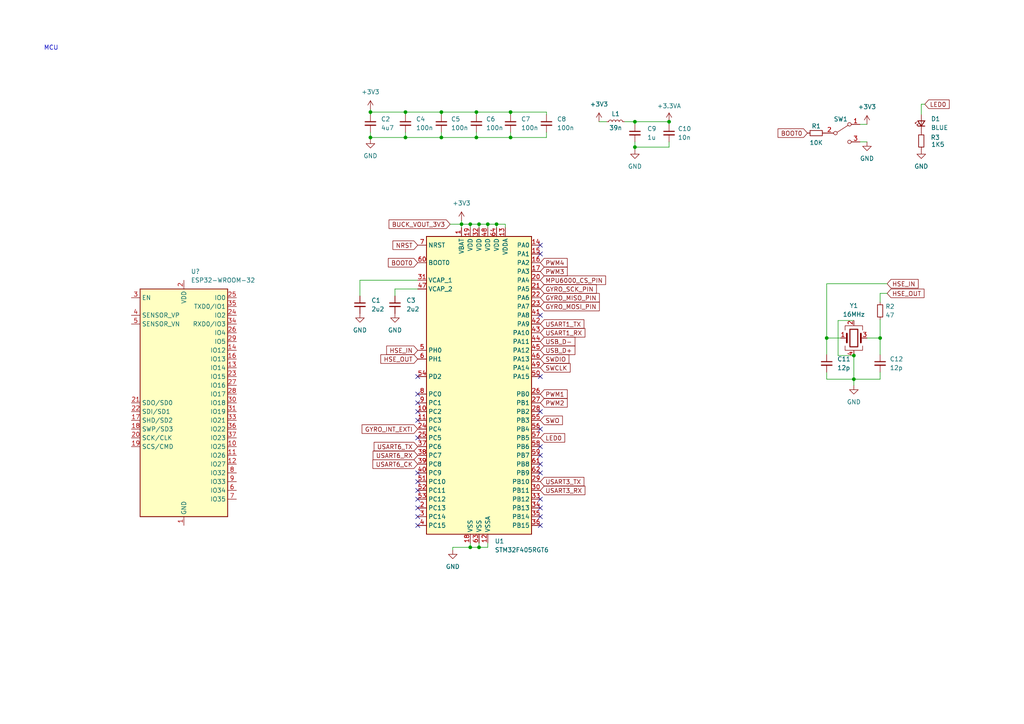
<source format=kicad_sch>
(kicad_sch (version 20211123) (generator eeschema)
  (paper "A4")
  (lib_symbols
    (symbol "Device:C_Small" (pin_numbers hide) (pin_names (offset 0.254) hide)
      (property "Reference" "C" (at 0.254 1.778 0))
      (property "Value" "C_Small" (at 0.254 -2.032 0))
      (symbol "C_Small_0_1"
        (polyline (pts (xy -1.524 -0.508) (xy 1.524 -0.508)) (stroke (width 0.3302)))
        (polyline (pts (xy -1.524 0.508) (xy 1.524 0.508)) (stroke (width 0.3048)))
      )
      (symbol "C_Small_1_1"
        (pin passive line (at 0 2.54 270) (length 2.032) (name "~") (number "1"))
        (pin passive line (at 0 -2.54 90) (length 2.032) (name "~") (number "2"))
      )
    )
    (symbol "Device:Crystal_GND24" (pin_names (offset 1.016) hide)
      (property "Reference" "Y" (at 3.175 5.08 0))
      (property "Value" "Crystal_GND24" (at 3.175 3.175 0))
      (symbol "Crystal_GND24_0_1"
        (rectangle (start -1.143 2.54) (end 1.143 -2.54) (stroke (width 0.3048)))
        (polyline (pts (xy -2.54 0) (xy -2.032 0)))
        (polyline (pts (xy -2.032 -1.27) (xy -2.032 1.27)) (stroke (width 0.508)))
        (polyline (pts (xy 0 -3.81) (xy 0 -3.556)))
        (polyline (pts (xy 0 3.556) (xy 0 3.81)))
        (polyline (pts (xy 2.032 -1.27) (xy 2.032 1.27)) (stroke (width 0.508)))
        (polyline (pts (xy 2.032 0) (xy 2.54 0)))
        (polyline (pts (xy -2.54 -2.286) (xy -2.54 -3.556) (xy 2.54 -3.556) (xy 2.54 -2.286)))
        (polyline (pts (xy -2.54 2.286) (xy -2.54 3.556) (xy 2.54 3.556) (xy 2.54 2.286)))
      )
      (symbol "Crystal_GND24_1_1"
        (pin passive line (at -3.81 0 0) (length 1.27) (name "1") (number "1"))
        (pin passive line (at 0 5.08 270) (length 1.27) (name "2") (number "2"))
        (pin passive line (at 3.81 0 180) (length 1.27) (name "3") (number "3"))
        (pin passive line (at 0 -5.08 90) (length 1.27) (name "4") (number "4"))
      )
    )
    (symbol "Device:LED_Small" (pin_numbers hide) (pin_names (offset 0.254) hide)
      (property "Reference" "D" (at -1.27 3.175 0))
      (property "Value" "LED_Small" (at -4.445 -2.54 0))
      (symbol "LED_Small_0_1"
        (polyline (pts (xy -0.762 -1.016) (xy -0.762 1.016)) (stroke (width 0.254)))
        (polyline (pts (xy 1.016 0) (xy -0.762 0)))
        (polyline (pts (xy 0.762 -1.016) (xy -0.762 0) (xy 0.762 1.016) (xy 0.762 -1.016)) (stroke (width 0.254)))
        (polyline (pts (xy 0 0.762) (xy -0.508 1.27) (xy -0.254 1.27) (xy -0.508 1.27) (xy -0.508 1.016)))
        (polyline (pts (xy 0.508 1.27) (xy 0 1.778) (xy 0.254 1.778) (xy 0 1.778) (xy 0 1.524)))
      )
      (symbol "LED_Small_1_1"
        (pin passive line (at -2.54 0 0) (length 1.778) (name "K") (number "1"))
        (pin passive line (at 2.54 0 180) (length 1.778) (name "A") (number "2"))
      )
    )
    (symbol "Device:L_Small" (pin_numbers hide) (pin_names (offset 0.254) hide)
      (property "Reference" "L" (at 0.762 1.016 0))
      (property "Value" "L_Small" (at 0.762 -1.016 0))
      (symbol "L_Small_0_1"
        (arc (start 0 -2.032) (mid 0.508 -1.524) (end 0 -1.016))
        (arc (start 0 -1.016) (mid 0.508 -0.508) (end 0 0))
        (arc (start 0 0) (mid 0.508 0.508) (end 0 1.016))
        (arc (start 0 1.016) (mid 0.508 1.524) (end 0 2.032))
      )
      (symbol "L_Small_1_1"
        (pin passive line (at 0 2.54 270) (length 0.508) (name "~") (number "1"))
        (pin passive line (at 0 -2.54 90) (length 0.508) (name "~") (number "2"))
      )
    )
    (symbol "Device:R_Small" (pin_numbers hide) (pin_names (offset 0.254) hide)
      (property "Reference" "R" (at 0.762 0.508 0))
      (property "Value" "R_Small" (at 0.762 -1.016 0))
      (symbol "R_Small_0_1"
        (rectangle (start -0.762 1.778) (end 0.762 -1.778) (stroke (width 0.2032)))
      )
      (symbol "R_Small_1_1"
        (pin passive line (at 0 2.54 270) (length 0.762) (name "~") (number "1"))
        (pin passive line (at 0 -2.54 90) (length 0.762) (name "~") (number "2"))
      )
    )
    (symbol "MCU_ST_STM32F4:STM32F405RGTx"
      (property "Reference" "U" (at -15.24 44.45 0))
      (property "Value" "STM32F405RGTx" (at 10.16 44.45 0))
      (symbol "STM32F405RGTx_0_1"
        (rectangle (start -15.24 -43.18) (end 15.24 43.18) (stroke (width 0.254)) (fill (type background)))
      )
      (symbol "STM32F405RGTx_1_1"
        (pin power_in line (at -5.08 45.72 270) (length 2.54) (name "VBAT") (number "1"))
        (pin bidirectional line (at -17.78 -7.62 0) (length 2.54) (name "PC2") (number "10"))
        (pin bidirectional line (at -17.78 -10.16 0) (length 2.54) (name "PC3") (number "11"))
        (pin power_in line (at 2.54 -45.72 90) (length 2.54) (name "VSSA") (number "12"))
        (pin power_in line (at 7.62 45.72 270) (length 2.54) (name "VDDA") (number "13"))
        (pin bidirectional line (at 17.78 40.64 180) (length 2.54) (name "PA0") (number "14"))
        (pin bidirectional line (at 17.78 38.1 180) (length 2.54) (name "PA1") (number "15"))
        (pin bidirectional line (at 17.78 35.56 180) (length 2.54) (name "PA2") (number "16"))
        (pin bidirectional line (at 17.78 33.02 180) (length 2.54) (name "PA3") (number "17"))
        (pin power_in line (at -2.54 -45.72 90) (length 2.54) (name "VSS") (number "18"))
        (pin power_in line (at -2.54 45.72 270) (length 2.54) (name "VDD") (number "19"))
        (pin bidirectional line (at -17.78 -35.56 0) (length 2.54) (name "PC13") (number "2"))
        (pin bidirectional line (at 17.78 30.48 180) (length 2.54) (name "PA4") (number "20"))
        (pin bidirectional line (at 17.78 27.94 180) (length 2.54) (name "PA5") (number "21"))
        (pin bidirectional line (at 17.78 25.4 180) (length 2.54) (name "PA6") (number "22"))
        (pin bidirectional line (at 17.78 22.86 180) (length 2.54) (name "PA7") (number "23"))
        (pin bidirectional line (at -17.78 -12.7 0) (length 2.54) (name "PC4") (number "24"))
        (pin bidirectional line (at -17.78 -15.24 0) (length 2.54) (name "PC5") (number "25"))
        (pin bidirectional line (at 17.78 -2.54 180) (length 2.54) (name "PB0") (number "26"))
        (pin bidirectional line (at 17.78 -5.08 180) (length 2.54) (name "PB1") (number "27"))
        (pin bidirectional line (at 17.78 -7.62 180) (length 2.54) (name "PB2") (number "28"))
        (pin bidirectional line (at 17.78 -27.94 180) (length 2.54) (name "PB10") (number "29"))
        (pin bidirectional line (at -17.78 -38.1 0) (length 2.54) (name "PC14") (number "3"))
        (pin bidirectional line (at 17.78 -30.48 180) (length 2.54) (name "PB11") (number "30"))
        (pin power_in line (at -17.78 30.48 0) (length 2.54) (name "VCAP_1") (number "31"))
        (pin power_in line (at 0 45.72 270) (length 2.54) (name "VDD") (number "32"))
        (pin bidirectional line (at 17.78 -33.02 180) (length 2.54) (name "PB12") (number "33"))
        (pin bidirectional line (at 17.78 -35.56 180) (length 2.54) (name "PB13") (number "34"))
        (pin bidirectional line (at 17.78 -38.1 180) (length 2.54) (name "PB14") (number "35"))
        (pin bidirectional line (at 17.78 -40.64 180) (length 2.54) (name "PB15") (number "36"))
        (pin bidirectional line (at -17.78 -17.78 0) (length 2.54) (name "PC6") (number "37"))
        (pin bidirectional line (at -17.78 -20.32 0) (length 2.54) (name "PC7") (number "38"))
        (pin bidirectional line (at -17.78 -22.86 0) (length 2.54) (name "PC8") (number "39"))
        (pin bidirectional line (at -17.78 -40.64 0) (length 2.54) (name "PC15") (number "4"))
        (pin bidirectional line (at -17.78 -25.4 0) (length 2.54) (name "PC9") (number "40"))
        (pin bidirectional line (at 17.78 20.32 180) (length 2.54) (name "PA8") (number "41"))
        (pin bidirectional line (at 17.78 17.78 180) (length 2.54) (name "PA9") (number "42"))
        (pin bidirectional line (at 17.78 15.24 180) (length 2.54) (name "PA10") (number "43"))
        (pin bidirectional line (at 17.78 12.7 180) (length 2.54) (name "PA11") (number "44"))
        (pin bidirectional line (at 17.78 10.16 180) (length 2.54) (name "PA12") (number "45"))
        (pin bidirectional line (at 17.78 7.62 180) (length 2.54) (name "PA13") (number "46"))
        (pin power_in line (at -17.78 27.94 0) (length 2.54) (name "VCAP_2") (number "47"))
        (pin power_in line (at 2.54 45.72 270) (length 2.54) (name "VDD") (number "48"))
        (pin bidirectional line (at 17.78 5.08 180) (length 2.54) (name "PA14") (number "49"))
        (pin input line (at -17.78 10.16 0) (length 2.54) (name "PH0") (number "5"))
        (pin bidirectional line (at 17.78 2.54 180) (length 2.54) (name "PA15") (number "50"))
        (pin bidirectional line (at -17.78 -27.94 0) (length 2.54) (name "PC10") (number "51"))
        (pin bidirectional line (at -17.78 -30.48 0) (length 2.54) (name "PC11") (number "52"))
        (pin bidirectional line (at -17.78 -33.02 0) (length 2.54) (name "PC12") (number "53"))
        (pin bidirectional line (at -17.78 2.54 0) (length 2.54) (name "PD2") (number "54"))
        (pin bidirectional line (at 17.78 -10.16 180) (length 2.54) (name "PB3") (number "55"))
        (pin bidirectional line (at 17.78 -12.7 180) (length 2.54) (name "PB4") (number "56"))
        (pin bidirectional line (at 17.78 -15.24 180) (length 2.54) (name "PB5") (number "57"))
        (pin bidirectional line (at 17.78 -17.78 180) (length 2.54) (name "PB6") (number "58"))
        (pin bidirectional line (at 17.78 -20.32 180) (length 2.54) (name "PB7") (number "59"))
        (pin input line (at -17.78 7.62 0) (length 2.54) (name "PH1") (number "6"))
        (pin input line (at -17.78 35.56 0) (length 2.54) (name "BOOT0") (number "60"))
        (pin bidirectional line (at 17.78 -22.86 180) (length 2.54) (name "PB8") (number "61"))
        (pin bidirectional line (at 17.78 -25.4 180) (length 2.54) (name "PB9") (number "62"))
        (pin power_in line (at 0 -45.72 90) (length 2.54) (name "VSS") (number "63"))
        (pin power_in line (at 5.08 45.72 270) (length 2.54) (name "VDD") (number "64"))
        (pin input line (at -17.78 40.64 0) (length 2.54) (name "NRST") (number "7"))
        (pin bidirectional line (at -17.78 -2.54 0) (length 2.54) (name "PC0") (number "8"))
        (pin bidirectional line (at -17.78 -5.08 0) (length 2.54) (name "PC1") (number "9"))
      )
    )
    (symbol "RF_Module:ESP32-WROOM-32"
      (property "Reference" "U" (at -12.7 34.29 0))
      (property "Value" "ESP32-WROOM-32" (at 1.27 34.29 0))
      (symbol "ESP32-WROOM-32_0_1"
        (rectangle (start -12.7 33.02) (end 12.7 -33.02) (stroke (width 0.254)) (fill (type background)))
      )
      (symbol "ESP32-WROOM-32_1_1"
        (pin power_in line (at 0 -35.56 90) (length 2.54) (name "GND") (number "1"))
        (pin bidirectional line (at 15.24 -12.7 180) (length 2.54) (name "IO25") (number "10"))
        (pin bidirectional line (at 15.24 -15.24 180) (length 2.54) (name "IO26") (number "11"))
        (pin bidirectional line (at 15.24 -17.78 180) (length 2.54) (name "IO27") (number "12"))
        (pin bidirectional line (at 15.24 10.16 180) (length 2.54) (name "IO14") (number "13"))
        (pin bidirectional line (at 15.24 15.24 180) (length 2.54) (name "IO12") (number "14"))
        (pin passive line (at 0 -35.56 90) (length 2.54) hide (name "GND") (number "15"))
        (pin bidirectional line (at 15.24 12.7 180) (length 2.54) (name "IO13") (number "16"))
        (pin bidirectional line (at -15.24 -5.08 0) (length 2.54) (name "SHD/SD2") (number "17"))
        (pin bidirectional line (at -15.24 -7.62 0) (length 2.54) (name "SWP/SD3") (number "18"))
        (pin bidirectional line (at -15.24 -12.7 0) (length 2.54) (name "SCS/CMD") (number "19"))
        (pin power_in line (at 0 35.56 270) (length 2.54) (name "VDD") (number "2"))
        (pin bidirectional line (at -15.24 -10.16 0) (length 2.54) (name "SCK/CLK") (number "20"))
        (pin bidirectional line (at -15.24 0 0) (length 2.54) (name "SDO/SD0") (number "21"))
        (pin bidirectional line (at -15.24 -2.54 0) (length 2.54) (name "SDI/SD1") (number "22"))
        (pin bidirectional line (at 15.24 7.62 180) (length 2.54) (name "IO15") (number "23"))
        (pin bidirectional line (at 15.24 25.4 180) (length 2.54) (name "IO2") (number "24"))
        (pin bidirectional line (at 15.24 30.48 180) (length 2.54) (name "IO0") (number "25"))
        (pin bidirectional line (at 15.24 20.32 180) (length 2.54) (name "IO4") (number "26"))
        (pin bidirectional line (at 15.24 5.08 180) (length 2.54) (name "IO16") (number "27"))
        (pin bidirectional line (at 15.24 2.54 180) (length 2.54) (name "IO17") (number "28"))
        (pin bidirectional line (at 15.24 17.78 180) (length 2.54) (name "IO5") (number "29"))
        (pin input line (at -15.24 30.48 0) (length 2.54) (name "EN") (number "3"))
        (pin bidirectional line (at 15.24 0 180) (length 2.54) (name "IO18") (number "30"))
        (pin bidirectional line (at 15.24 -2.54 180) (length 2.54) (name "IO19") (number "31"))
        (pin no_connect line (at -12.7 -27.94 0) (length 2.54) hide (name "NC") (number "32"))
        (pin bidirectional line (at 15.24 -5.08 180) (length 2.54) (name "IO21") (number "33"))
        (pin bidirectional line (at 15.24 22.86 180) (length 2.54) (name "RXD0/IO3") (number "34"))
        (pin bidirectional line (at 15.24 27.94 180) (length 2.54) (name "TXD0/IO1") (number "35"))
        (pin bidirectional line (at 15.24 -7.62 180) (length 2.54) (name "IO22") (number "36"))
        (pin bidirectional line (at 15.24 -10.16 180) (length 2.54) (name "IO23") (number "37"))
        (pin passive line (at 0 -35.56 90) (length 2.54) hide (name "GND") (number "38"))
        (pin passive line (at 0 -35.56 90) (length 2.54) hide (name "GND") (number "39"))
        (pin input line (at -15.24 25.4 0) (length 2.54) (name "SENSOR_VP") (number "4"))
        (pin input line (at -15.24 22.86 0) (length 2.54) (name "SENSOR_VN") (number "5"))
        (pin input line (at 15.24 -25.4 180) (length 2.54) (name "IO34") (number "6"))
        (pin input line (at 15.24 -27.94 180) (length 2.54) (name "IO35") (number "7"))
        (pin bidirectional line (at 15.24 -20.32 180) (length 2.54) (name "IO32") (number "8"))
        (pin bidirectional line (at 15.24 -22.86 180) (length 2.54) (name "IO33") (number "9"))
      )
    )
    (symbol "Switch:SW_SPDT" (pin_names (offset 0) hide)
      (property "Reference" "SW" (at 0 4.318 0))
      (property "Value" "SW_SPDT" (at 0 -5.08 0))
      (symbol "SW_SPDT_0_0"
        (circle (center -2.032 0) (radius 0.508))
        (circle (center 2.032 -2.54) (radius 0.508))
      )
      (symbol "SW_SPDT_0_1"
        (polyline (pts (xy -1.524 0.254) (xy 1.651 2.286)))
        (circle (center 2.032 2.54) (radius 0.508))
      )
      (symbol "SW_SPDT_1_1"
        (pin passive line (at 5.08 2.54 180) (length 2.54) (name "A") (number "1"))
        (pin passive line (at -5.08 0 0) (length 2.54) (name "B") (number "2"))
        (pin passive line (at 5.08 -2.54 180) (length 2.54) (name "C") (number "3"))
      )
    )
    (symbol "power:+3.3V" (power) (pin_names (offset 0))
      (property "Value" "+3.3V" (at 0 3.556 0))
      (symbol "+3.3V_0_1"
        (polyline (pts (xy -0.762 1.27) (xy 0 2.54)))
        (polyline (pts (xy 0 0) (xy 0 2.54)))
        (polyline (pts (xy 0 2.54) (xy 0.762 1.27)))
      )
      (symbol "+3.3V_1_1"
        (pin power_in line (at 0 0 90) (length 0) hide (name "+3V3") (number "1"))
      )
    )
    (symbol "power:+3.3VA" (power) (pin_names (offset 0))
      (property "Value" "+3.3VA" (at 0 3.556 0))
      (symbol "+3.3VA_0_1"
        (polyline (pts (xy -0.762 1.27) (xy 0 2.54)))
        (polyline (pts (xy 0 0) (xy 0 2.54)))
        (polyline (pts (xy 0 2.54) (xy 0.762 1.27)))
      )
      (symbol "+3.3VA_1_1"
        (pin power_in line (at 0 0 90) (length 0) hide (name "+3.3VA") (number "1"))
      )
    )
    (symbol "power:GND" (power) (pin_names (offset 0))
      (property "Value" "GND" (at 0 -3.81 0))
      (symbol "GND_0_1"
        (polyline (pts (xy 0 0) (xy 0 -1.27) (xy 1.27 -1.27) (xy 0 -2.54) (xy -1.27 -1.27) (xy 0 -1.27)))
      )
      (symbol "GND_1_1"
        (pin power_in line (at 0 0 270) (length 0) hide (name "GND") (number "1"))
      )
    )
  )
  (junction (at 128.016 32.512))
  (junction (at 148.082 39.878))
  (junction (at 247.65 103.124))
  (junction (at 107.442 32.512))
  (junction (at 141.478 65.024))
  (junction (at 184.15 42.672))
  (junction (at 247.65 109.982))
  (junction (at 117.602 32.512))
  (junction (at 255.27 98.044))
  (junction (at 138.176 39.878))
  (junction (at 136.398 65.024))
  (junction (at 148.082 32.512))
  (junction (at 133.858 65.024))
  (junction (at 128.016 39.878))
  (junction (at 184.15 35.306))
  (junction (at 136.398 158.75))
  (junction (at 138.176 32.512))
  (junction (at 239.776 98.044))
  (junction (at 107.442 39.878))
  (junction (at 117.602 39.878))
  (junction (at 138.938 65.024))
  (junction (at 194.056 35.306))
  (junction (at 138.938 158.75))
  (junction (at 144.018 65.024))
  (no_connect (at 156.718 91.44))
  (no_connect (at 156.718 129.54))
  (no_connect (at 156.718 73.66))
  (no_connect (at 121.158 144.78))
  (no_connect (at 121.158 149.86))
  (no_connect (at 121.158 116.84))
  (no_connect (at 156.718 124.46))
  (no_connect (at 121.158 139.7))
  (no_connect (at 156.718 152.4))
  (no_connect (at 121.158 142.24))
  (no_connect (at 156.718 149.86))
  (no_connect (at 121.158 119.38))
  (no_connect (at 121.158 121.92))
  (no_connect (at 156.718 71.12))
  (no_connect (at 121.158 127))
  (no_connect (at 121.158 147.32))
  (no_connect (at 121.158 114.3))
  (no_connect (at 156.718 132.08))
  (no_connect (at 121.158 152.4))
  (no_connect (at 156.718 119.38))
  (no_connect (at 156.718 137.16))
  (no_connect (at 156.718 144.78))
  (no_connect (at 156.718 109.22))
  (no_connect (at 121.158 109.22))
  (no_connect (at 156.718 147.32))
  (no_connect (at 121.158 137.16))
  (no_connect (at 156.718 134.62))
  (wire (pts (xy 138.938 65.024) (xy 141.478 65.024)))
  (wire (pts (xy 239.776 82.296) (xy 239.776 98.044)))
  (wire (pts (xy 136.398 157.48) (xy 136.398 158.75)))
  (wire (pts (xy 138.176 32.512) (xy 148.082 32.512)))
  (wire (pts (xy 107.442 39.878) (xy 107.442 40.386)))
  (wire (pts (xy 138.176 38.354) (xy 138.176 39.878)))
  (wire (pts (xy 184.15 41.148) (xy 184.15 42.672)))
  (wire (pts (xy 107.442 39.878) (xy 117.602 39.878)))
  (wire (pts (xy 107.442 32.512) (xy 107.442 33.274)))
  (wire (pts (xy 239.776 107.95) (xy 239.776 109.982)))
  (wire (pts (xy 128.016 39.878) (xy 138.176 39.878)))
  (wire (pts (xy 239.776 98.044) (xy 239.776 102.87)))
  (wire (pts (xy 121.158 81.28) (xy 104.394 81.28)))
  (wire (pts (xy 107.442 38.354) (xy 107.442 39.878)))
  (wire (pts (xy 184.15 35.306) (xy 184.15 36.068)))
  (wire (pts (xy 130.556 65.024) (xy 133.858 65.024)))
  (wire (pts (xy 255.27 98.044) (xy 255.27 102.87)))
  (wire (pts (xy 243.078 92.964) (xy 243.078 103.124)))
  (wire (pts (xy 255.27 109.982) (xy 255.27 107.95)))
  (wire (pts (xy 133.858 64.008) (xy 133.858 65.024)))
  (wire (pts (xy 128.016 33.274) (xy 128.016 32.512)))
  (wire (pts (xy 141.478 65.024) (xy 144.018 65.024)))
  (wire (pts (xy 158.496 38.354) (xy 158.496 39.878)))
  (wire (pts (xy 158.496 33.274) (xy 158.496 32.512)))
  (wire (pts (xy 194.056 36.068) (xy 194.056 35.306)))
  (wire (pts (xy 239.776 109.982) (xy 247.65 109.982)))
  (wire (pts (xy 136.398 65.024) (xy 138.938 65.024)))
  (wire (pts (xy 117.602 39.878) (xy 117.602 38.354)))
  (wire (pts (xy 255.27 92.71) (xy 255.27 98.044)))
  (wire (pts (xy 181.102 35.306) (xy 184.15 35.306)))
  (wire (pts (xy 247.65 103.124) (xy 247.65 109.982)))
  (wire (pts (xy 144.018 65.024) (xy 144.018 66.04)))
  (wire (pts (xy 138.938 157.48) (xy 138.938 158.75)))
  (wire (pts (xy 243.078 103.124) (xy 247.65 103.124)))
  (wire (pts (xy 184.15 42.672) (xy 194.056 42.672)))
  (wire (pts (xy 117.602 33.274) (xy 117.602 32.512)))
  (wire (pts (xy 133.858 65.024) (xy 136.398 65.024)))
  (wire (pts (xy 104.394 81.28) (xy 104.394 85.852)))
  (wire (pts (xy 131.318 158.75) (xy 131.318 159.512)))
  (wire (pts (xy 117.602 39.878) (xy 128.016 39.878)))
  (wire (pts (xy 239.776 98.044) (xy 243.84 98.044)))
  (wire (pts (xy 158.496 39.878) (xy 148.082 39.878)))
  (wire (pts (xy 148.082 32.512) (xy 148.082 33.274)))
  (wire (pts (xy 146.558 66.04) (xy 146.558 65.024)))
  (wire (pts (xy 141.478 157.48) (xy 141.478 158.75)))
  (wire (pts (xy 138.176 33.274) (xy 138.176 32.512)))
  (wire (pts (xy 138.176 39.878) (xy 148.082 39.878)))
  (wire (pts (xy 141.478 65.024) (xy 141.478 66.04)))
  (wire (pts (xy 255.27 85.09) (xy 255.27 87.63)))
  (wire (pts (xy 128.016 32.512) (xy 138.176 32.512)))
  (wire (pts (xy 194.056 42.672) (xy 194.056 41.148)))
  (wire (pts (xy 239.776 82.296) (xy 257.302 82.296)))
  (wire (pts (xy 136.398 158.75) (xy 138.938 158.75)))
  (wire (pts (xy 173.736 35.306) (xy 176.022 35.306)))
  (wire (pts (xy 138.938 65.024) (xy 138.938 66.04)))
  (wire (pts (xy 267.208 30.226) (xy 268.224 30.226)))
  (wire (pts (xy 117.602 32.512) (xy 128.016 32.512)))
  (wire (pts (xy 133.858 65.024) (xy 133.858 66.04)))
  (wire (pts (xy 247.65 111.76) (xy 247.65 109.982)))
  (wire (pts (xy 146.558 65.024) (xy 144.018 65.024)))
  (wire (pts (xy 267.208 33.274) (xy 267.208 30.226)))
  (wire (pts (xy 148.082 39.878) (xy 148.082 38.354)))
  (wire (pts (xy 158.496 32.512) (xy 148.082 32.512)))
  (wire (pts (xy 249.428 36.068) (xy 251.46 36.068)))
  (wire (pts (xy 114.554 83.82) (xy 114.554 85.852)))
  (wire (pts (xy 107.442 32.512) (xy 117.602 32.512)))
  (wire (pts (xy 255.27 85.09) (xy 257.302 85.09)))
  (wire (pts (xy 251.46 98.044) (xy 255.27 98.044)))
  (wire (pts (xy 184.15 42.672) (xy 184.15 43.434)))
  (wire (pts (xy 247.65 92.964) (xy 243.078 92.964)))
  (wire (pts (xy 107.442 31.75) (xy 107.442 32.512)))
  (wire (pts (xy 136.398 65.024) (xy 136.398 66.04)))
  (wire (pts (xy 138.938 158.75) (xy 141.478 158.75)))
  (wire (pts (xy 131.318 158.75) (xy 136.398 158.75)))
  (wire (pts (xy 247.65 109.982) (xy 255.27 109.982)))
  (wire (pts (xy 194.056 35.306) (xy 184.15 35.306)))
  (wire (pts (xy 121.158 83.82) (xy 114.554 83.82)))
  (wire (pts (xy 128.016 38.354) (xy 128.016 39.878)))
  (wire (pts (xy 249.428 41.148) (xy 251.46 41.148)))
  (text "MCU\n" (at 12.7 14.732 0) (effects (font (size 1.27 1.27)) (justify left bottom)))
  (global_label "NRST" (shape input) (at 121.158 71.12 180) (property "Intersheet References" "${INTERSHEET_REFS}" (effects hide)))
  (global_label "SWDIO" (shape input) (at 156.718 104.14 0) (property "Intersheet References" "${INTERSHEET_REFS}" (effects hide)))
  (global_label "HSE_IN" (shape input) (at 257.302 82.296 0) (property "Intersheet References" "${INTERSHEET_REFS}" (effects hide)))
  (global_label "PWM2" (shape input) (at 156.718 116.84 0) (property "Intersheet References" "${INTERSHEET_REFS}" (effects hide)))
  (global_label "USART1_TX" (shape input) (at 156.718 93.98 0) (property "Intersheet References" "${INTERSHEET_REFS}" (effects hide)))
  (global_label "USART6_CK" (shape input) (at 121.158 134.62 180) (property "Intersheet References" "${INTERSHEET_REFS}" (effects hide)))
  (global_label "USB_D-" (shape input) (at 156.718 99.06 0) (property "Intersheet References" "${INTERSHEET_REFS}" (effects hide)))
  (global_label "USART3_TX" (shape input) (at 156.718 139.7 0) (property "Intersheet References" "${INTERSHEET_REFS}" (effects hide)))
  (global_label "HSE_OUT" (shape input) (at 121.158 104.14 180) (property "Intersheet References" "${INTERSHEET_REFS}" (effects hide)))
  (global_label "LED0" (shape input) (at 268.224 30.226 0) (property "Intersheet References" "${INTERSHEET_REFS}" (effects hide)))
  (global_label "SWO" (shape input) (at 156.718 121.92 0) (property "Intersheet References" "${INTERSHEET_REFS}" (effects hide)))
  (global_label "GYRO_MOSI_PIN" (shape input) (at 156.718 88.9 0) (property "Intersheet References" "${INTERSHEET_REFS}" (effects hide)))
  (global_label "USART1_RX" (shape input) (at 156.718 96.52 0) (property "Intersheet References" "${INTERSHEET_REFS}" (effects hide)))
  (global_label "HSE_IN" (shape input) (at 121.158 101.6 180) (property "Intersheet References" "${INTERSHEET_REFS}" (effects hide)))
  (global_label "SWCLK" (shape input) (at 156.718 106.68 0) (property "Intersheet References" "${INTERSHEET_REFS}" (effects hide)))
  (global_label "USART6_RX" (shape input) (at 121.158 132.08 180) (property "Intersheet References" "${INTERSHEET_REFS}" (effects hide)))
  (global_label "PWM4" (shape input) (at 156.718 76.2 0) (property "Intersheet References" "${INTERSHEET_REFS}" (effects hide)))
  (global_label "USB_D+" (shape input) (at 156.718 101.6 0) (property "Intersheet References" "${INTERSHEET_REFS}" (effects hide)))
  (global_label "BOOT0" (shape input) (at 121.158 76.2 180) (property "Intersheet References" "${INTERSHEET_REFS}" (effects hide)))
  (global_label "PWM1" (shape input) (at 156.718 114.3 0) (property "Intersheet References" "${INTERSHEET_REFS}" (effects hide)))
  (global_label "USART3_RX" (shape input) (at 156.718 142.24 0) (property "Intersheet References" "${INTERSHEET_REFS}" (effects hide)))
  (global_label "HSE_OUT" (shape input) (at 257.302 85.09 0) (property "Intersheet References" "${INTERSHEET_REFS}" (effects hide)))
  (global_label "GYRO_INT_EXTI" (shape input) (at 121.158 124.46 180) (property "Intersheet References" "${INTERSHEET_REFS}" (effects hide)))
  (global_label "BOOT0" (shape input) (at 234.188 38.608 180) (property "Intersheet References" "${INTERSHEET_REFS}" (effects hide)))
  (global_label "USART6_TX" (shape input) (at 121.158 129.54 180) (property "Intersheet References" "${INTERSHEET_REFS}" (effects hide)))
  (global_label "LED0" (shape input) (at 156.718 127 0) (property "Intersheet References" "${INTERSHEET_REFS}" (effects hide)))
  (global_label "GYRO_MISO_PIN" (shape input) (at 156.718 86.36 0) (property "Intersheet References" "${INTERSHEET_REFS}" (effects hide)))
  (global_label "PWM3" (shape input) (at 156.718 78.74 0) (property "Intersheet References" "${INTERSHEET_REFS}" (effects hide)))
  (global_label "MPU6000_CS_PIN" (shape input) (at 156.718 81.28 0) (property "Intersheet References" "${INTERSHEET_REFS}" (effects hide)))
  (global_label "GYRO_SCK_PIN" (shape input) (at 156.718 83.82 0) (property "Intersheet References" "${INTERSHEET_REFS}" (effects hide)))
  (global_label "BUCK_VOUT_3V3" (shape input) (at 130.556 65.024 180) (property "Intersheet References" "${INTERSHEET_REFS}" (effects hide)))
  (symbol (lib_id "Device:C_Small") (at 114.554 88.392 0) (unit 1)
    (property "Reference" "C3" (at 117.856 87.1282 0) (effects (justify left)))
    (property "Value" "2u2" (at 117.856 89.6682 0) (effects (justify left)))
    (property "Footprint" "Capacitor_SMD:C_0603_1608Metric" (effects hide))
    (property "LCSC Part #" "C23630" (effects hide))
  )
  (symbol (lib_id "Device:L_Small") (at 178.562 35.306 90) (unit 1)
    (property "Reference" "L1" (at 178.562 33.02 90))
    (property "Value" "39n" (at 178.562 37.084 90))
    (property "Footprint" "Inductor_SMD:L_0402_1005Metric" (effects hide))
    (property "Datasheet" "https://jlcpcb.com/parts/componentSearch?isSearch=true&searchTxt=39nH%200402" (effects hide))
    (property "LCSC Part #" "C26443" (effects hide))
  )
  (symbol (lib_id "power:+3.3VA") (at 194.056 35.306 0) (unit 1)
    (property "Reference" "#PWR09" (effects hide))
    (property "Value" "+3.3VA" (at 194.056 30.734 0))
  )
  (symbol (lib_id "Device:C_Small") (at 158.496 35.814 0) (unit 1)
    (property "Reference" "C8" (at 161.544 34.5502 0) (effects (justify left)))
    (property "Value" "100n" (at 161.544 37.0902 0) (effects (justify left)))
    (property "Footprint" "Capacitor_SMD:C_0402_1005Metric" (effects hide))
    (property "LCSC Part #" "C307331" (effects hide))
  )
  (symbol (lib_id "power:GND") (at 247.65 111.76 0) (unit 1)
    (property "Reference" "#PWR010" (effects hide))
    (property "Value" "GND" (at 247.65 116.586 0))
  )
  (symbol (lib_id "power:GND") (at 107.442 40.386 0) (unit 1)
    (property "Reference" "#PWR03" (effects hide))
    (property "Value" "GND" (at 107.442 45.212 0))
  )
  (symbol (lib_id "power:GND") (at 251.46 41.148 0) (unit 1)
    (property "Reference" "#PWR012" (effects hide))
    (property "Value" "GND" (at 251.46 45.974 0))
  )
  (symbol (lib_id "power:GND") (at 114.554 90.932 0) (unit 1)
    (property "Reference" "#PWR04" (effects hide))
    (property "Value" "GND" (at 114.554 95.758 0))
  )
  (symbol (lib_id "Device:C_Small") (at 117.602 35.814 0) (unit 1)
    (property "Reference" "C4" (at 120.65 34.5502 0) (effects (justify left)))
    (property "Value" "100n" (at 120.65 37.0902 0) (effects (justify left)))
    (property "Footprint" "Capacitor_SMD:C_0402_1005Metric" (effects hide))
    (property "LCSC Part #" "C307331" (effects hide))
  )
  (symbol (lib_id "Switch:SW_SPDT") (at 244.348 38.608 0) (unit 1)
    (property "Reference" "SW1" (at 243.84 34.544 0))
    (property "Value" "SW_SPDT" (effects hide))
    (property "Footprint" "Button_Switch_SMD:SW_SPST_B3U-1000P" (effects hide))
  )
  (symbol (lib_id "Device:R_Small") (at 255.27 90.17 0) (unit 1)
    (property "Reference" "R2" (at 256.794 88.8999 0) (effects (justify left)))
    (property "Value" "47" (at 256.794 91.4399 0) (effects (justify left)))
    (property "Footprint" "Resistor_SMD:R_0402_1005Metric" (effects hide))
    (property "LCSC Part #" "C25792" (effects hide))
  )
  (symbol (lib_id "power:+3.3V") (at 251.46 36.068 0) (unit 1)
    (property "Reference" "#PWR011" (effects hide))
    (property "Value" "+3.3V" (at 251.46 30.988 0))
  )
  (symbol (lib_id "power:GND") (at 267.208 43.434 0) (unit 1)
    (property "Reference" "#PWR013" (effects hide))
    (property "Value" "GND" (at 267.208 48.26 0))
  )
  (symbol (lib_id "power:+3.3V") (at 107.442 31.75 0) (unit 1)
    (property "Reference" "#PWR02" (effects hide))
    (property "Value" "+3.3V" (at 107.442 26.67 0))
  )
  (symbol (lib_id "Device:Crystal_GND24") (at 247.65 98.044 0) (unit 1)
    (property "Reference" "Y1" (at 247.65 88.646 0))
    (property "Value" "16MHz" (at 247.65 91.186 0))
    (property "Footprint" "Crystal:Crystal_SMD_3225-4Pin_3.2x2.5mm" (effects hide))
    (property "LCSC Part #" "C13738" (effects hide))
  )
  (symbol (lib_id "power:+3.3V") (at 133.858 64.008 0) (unit 1)
    (property "Reference" "#PWR06" (effects hide))
    (property "Value" "+3.3V" (at 133.858 58.928 0))
  )
  (symbol (lib_id "power:+3.3V") (at 173.736 35.306 0) (unit 1)
    (property "Reference" "#PWR07" (effects hide))
    (property "Value" "+3.3V" (at 173.736 30.226 0))
  )
  (symbol (lib_id "Device:C_Small") (at 104.394 88.392 0) (unit 1)
    (property "Reference" "C1" (at 107.696 87.1282 0) (effects (justify left)))
    (property "Value" "2u2" (at 107.696 89.6682 0) (effects (justify left)))
    (property "Footprint" "Capacitor_SMD:C_0603_1608Metric" (effects hide))
    (property "LCSC Part #" "C23630" (effects hide))
  )
  (symbol (lib_id "Device:R_Small") (at 236.728 38.608 90) (unit 1)
    (property "Reference" "R1" (at 236.728 36.576 90))
    (property "Value" "10K" (at 236.728 41.402 90))
    (property "Footprint" "Resistor_SMD:R_0402_1005Metric" (effects hide))
    (property "LCSC Part #" "C25744" (effects hide))
  )
  (symbol (lib_id "power:GND") (at 131.318 159.512 0) (unit 1)
    (property "Reference" "#PWR05" (effects hide))
    (property "Value" "GND" (at 131.318 164.338 0))
  )
  (symbol (lib_id "Device:C_Small") (at 148.082 35.814 0) (unit 1)
    (property "Reference" "C7" (at 151.13 34.5502 0) (effects (justify left)))
    (property "Value" "100n" (at 151.13 37.0902 0) (effects (justify left)))
    (property "Footprint" "Capacitor_SMD:C_0402_1005Metric" (effects hide))
    (property "LCSC Part #" "C307331" (effects hide))
  )
  (symbol (lib_id "Device:LED_Small") (at 267.208 35.814 90) (unit 1)
    (property "Reference" "D1" (at 270.002 34.4804 90) (effects (justify right)))
    (property "Value" "BLUE" (at 270.002 37.0204 90) (effects (justify right)))
    (property "Footprint" "LED_SMD:LED_0603_1608Metric" (effects hide))
    (property "Datasheet" "https://jlcpcb.com/parts/componentSearch?isSearch=true&searchTxt=12pf%200402" (effects hide))
    (property "LCSC Part #" "C72041" (effects hide))
  )
  (symbol (lib_id "Device:C_Small") (at 184.15 38.608 0) (unit 1)
    (property "Reference" "C9" (at 187.706 37.3442 0) (effects (justify left)))
    (property "Value" "1u" (at 187.706 39.8842 0) (effects (justify left)))
    (property "Footprint" "Capacitor_SMD:C_0402_1005Metric" (effects hide))
    (property "LCSC Part #" "C52923" (effects hide))
  )
  (symbol (lib_id "Device:C_Small") (at 138.176 35.814 0) (unit 1)
    (property "Reference" "C6" (at 140.97 34.5502 0) (effects (justify left)))
    (property "Value" "100n" (at 140.97 37.0902 0) (effects (justify left)))
    (property "Footprint" "Capacitor_SMD:C_0402_1005Metric" (effects hide))
    (property "LCSC Part #" "C307331" (effects hide))
  )
  (symbol (lib_id "Device:C_Small") (at 128.016 35.814 0) (unit 1)
    (property "Reference" "C5" (at 130.81 34.5502 0) (effects (justify left)))
    (property "Value" "100n" (at 130.81 37.0902 0) (effects (justify left)))
    (property "Footprint" "Capacitor_SMD:C_0402_1005Metric" (effects hide))
    (property "LCSC Part #" "C307331" (effects hide))
  )
  (symbol (lib_id "power:GND") (at 184.15 43.434 0) (unit 1)
    (property "Reference" "#PWR08" (effects hide))
    (property "Value" "GND" (at 184.15 48.26 0))
  )
  (symbol (lib_id "Device:R_Small") (at 267.208 40.894 180) (unit 1)
    (property "Reference" "R3" (at 271.272 39.878 0))
    (property "Value" "1K5" (at 272.034 41.91 0))
    (property "Footprint" "Resistor_SMD:R_0603_1608Metric" (effects hide))
    (property "LCSC Part #" "C22843" (effects hide))
  )
  (symbol (lib_id "power:GND") (at 104.394 90.932 0) (unit 1)
    (property "Reference" "#PWR01" (effects hide))
    (property "Value" "GND" (at 104.394 95.758 0))
  )
  (symbol (lib_id "Device:C_Small") (at 107.442 35.814 0) (unit 1)
    (property "Reference" "C2" (at 110.49 34.5502 0) (effects (justify left)))
    (property "Value" "4u7" (at 110.49 37.0902 0) (effects (justify left)))
    (property "Footprint" "Capacitor_SMD:C_0603_1608Metric" (effects hide))
    (property "LCSC Part #" "C19666" (effects hide))
  )
  (symbol (lib_id "Device:C_Small") (at 255.27 105.41 0) (unit 1)
    (property "Reference" "C12" (at 258.064 104.1462 0) (effects (justify left)))
    (property "Value" "12p" (at 258.064 106.6862 0) (effects (justify left)))
    (property "Footprint" "Capacitor_SMD:C_0402_1005Metric" (effects hide))
    (property "Datasheet" "https://jlcpcb.com/parts/componentSearch?isSearch=true&searchTxt=12pf%200402" (effects hide))
    (property "LCSC Part #" "C1547" (effects hide))
  )
  (symbol (lib_id "RF_Module:ESP32-WROOM-32") (at 53.34 116.84 0) (unit 1)
    (property "Reference" "U?" (at 55.3594 78.74 0) (effects (justify left)))
    (property "Value" "ESP32-WROOM-32" (at 55.3594 81.28 0) (effects (justify left)))
    (property "Footprint" "RF_Module:ESP32-WROOM-32" (effects hide))
    (property "Datasheet" "https://www.espressif.com/sites/default/files/documentation/esp32-wroom-32_datasheet_en.pdf" (effects hide))
  )
  (symbol (lib_id "Device:C_Small") (at 194.056 38.608 0) (unit 1)
    (property "Reference" "C10" (at 196.596 37.3442 0) (effects (justify left)))
    (property "Value" "10n" (at 196.596 39.8842 0) (effects (justify left)))
    (property "Footprint" "Capacitor_SMD:C_0402_1005Metric" (effects hide))
    (property "Datasheet" "https://jlcpcb.com/parts/componentSearch?isSearch=true&searchTxt=10n%200406" (effects hide))
    (property "LCSC Part #" "C15195" (effects hide))
  )
  (symbol (lib_id "MCU_ST_STM32F4:STM32F405RGTx") (at 138.938 111.76 0) (unit 1)
    (property "Reference" "U1" (at 143.4974 156.972 0) (effects (justify left)))
    (property "Value" "STM32F405RGT6" (at 143.4974 159.512 0) (effects (justify left)))
    (property "Footprint" "Package_QFP:LQFP-64_10x10mm_P0.5mm" (effects hide))
    (property "Datasheet" "http://www.st.com/st-web-ui/static/active/en/resource/technical/document/datasheet/DM00037051.pdf" (effects hide))
    (property "LCSC Part #" "C15742" (effects hide))
  )
  (symbol (lib_id "Device:C_Small") (at 239.776 105.41 0) (unit 1)
    (property "Reference" "C11" (at 242.824 104.1462 0) (effects (justify left)))
    (property "Value" "12p" (at 242.824 106.6862 0) (effects (justify left)))
    (property "Footprint" "Capacitor_SMD:C_0402_1005Metric" (effects hide))
    (property "Datasheet" "https://jlcpcb.com/parts/componentSearch?isSearch=true&searchTxt=12pf%200402" (effects hide))
    (property "LCSC Part #" "C1547" (effects hide))
  )
)
</source>
